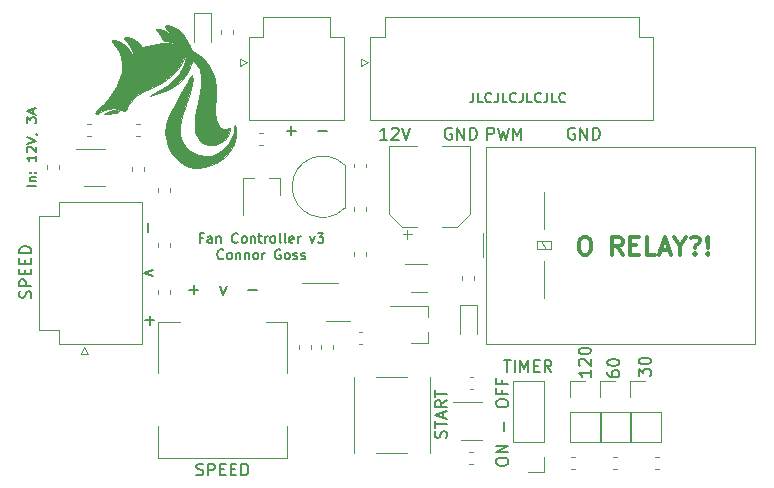
<source format=gbr>
G04 #@! TF.GenerationSoftware,KiCad,Pcbnew,(5.1.7)-1*
G04 #@! TF.CreationDate,2020-12-21T12:07:40-05:00*
G04 #@! TF.ProjectId,Fan Controller v3.0,46616e20-436f-46e7-9472-6f6c6c657220,A*
G04 #@! TF.SameCoordinates,Original*
G04 #@! TF.FileFunction,Legend,Top*
G04 #@! TF.FilePolarity,Positive*
%FSLAX46Y46*%
G04 Gerber Fmt 4.6, Leading zero omitted, Abs format (unit mm)*
G04 Created by KiCad (PCBNEW (5.1.7)-1) date 2020-12-21 12:07:40*
%MOMM*%
%LPD*%
G01*
G04 APERTURE LIST*
%ADD10C,0.152400*%
%ADD11C,0.304800*%
%ADD12C,0.010000*%
%ADD13C,0.120000*%
%ADD14C,0.150000*%
%ADD15C,7.000000*%
%ADD16R,1.450000X0.450000*%
%ADD17R,1.500000X0.400000*%
%ADD18R,1.060000X0.650000*%
%ADD19R,1.220000X0.650000*%
%ADD20R,1.500000X1.050000*%
%ADD21O,1.500000X1.050000*%
%ADD22R,1.300000X1.550000*%
%ADD23R,1.800000X1.800000*%
%ADD24C,1.800000*%
%ADD25O,4.000000X4.000000*%
%ADD26R,1.900000X0.800000*%
%ADD27R,0.800000X1.900000*%
%ADD28O,2.500000X2.500000*%
%ADD29R,2.500000X2.500000*%
%ADD30O,1.700000X1.700000*%
%ADD31R,1.700000X1.700000*%
%ADD32C,2.700000*%
G04 APERTURE END LIST*
D10*
X178490638Y-45782895D02*
X178490638Y-46363466D01*
X178451933Y-46479580D01*
X178374523Y-46556990D01*
X178258409Y-46595695D01*
X178181000Y-46595695D01*
X179264733Y-46595695D02*
X178877685Y-46595695D01*
X178877685Y-45782895D01*
X180000123Y-46518285D02*
X179961419Y-46556990D01*
X179845304Y-46595695D01*
X179767895Y-46595695D01*
X179651780Y-46556990D01*
X179574371Y-46479580D01*
X179535666Y-46402171D01*
X179496961Y-46247352D01*
X179496961Y-46131238D01*
X179535666Y-45976419D01*
X179574371Y-45899009D01*
X179651780Y-45821600D01*
X179767895Y-45782895D01*
X179845304Y-45782895D01*
X179961419Y-45821600D01*
X180000123Y-45860304D01*
X180580695Y-45782895D02*
X180580695Y-46363466D01*
X180541990Y-46479580D01*
X180464580Y-46556990D01*
X180348466Y-46595695D01*
X180271057Y-46595695D01*
X181354790Y-46595695D02*
X180967742Y-46595695D01*
X180967742Y-45782895D01*
X182090180Y-46518285D02*
X182051476Y-46556990D01*
X181935361Y-46595695D01*
X181857952Y-46595695D01*
X181741838Y-46556990D01*
X181664428Y-46479580D01*
X181625723Y-46402171D01*
X181587019Y-46247352D01*
X181587019Y-46131238D01*
X181625723Y-45976419D01*
X181664428Y-45899009D01*
X181741838Y-45821600D01*
X181857952Y-45782895D01*
X181935361Y-45782895D01*
X182051476Y-45821600D01*
X182090180Y-45860304D01*
X182670752Y-45782895D02*
X182670752Y-46363466D01*
X182632047Y-46479580D01*
X182554638Y-46556990D01*
X182438523Y-46595695D01*
X182361114Y-46595695D01*
X183444847Y-46595695D02*
X183057800Y-46595695D01*
X183057800Y-45782895D01*
X184180238Y-46518285D02*
X184141533Y-46556990D01*
X184025419Y-46595695D01*
X183948009Y-46595695D01*
X183831895Y-46556990D01*
X183754485Y-46479580D01*
X183715780Y-46402171D01*
X183677076Y-46247352D01*
X183677076Y-46131238D01*
X183715780Y-45976419D01*
X183754485Y-45899009D01*
X183831895Y-45821600D01*
X183948009Y-45782895D01*
X184025419Y-45782895D01*
X184141533Y-45821600D01*
X184180238Y-45860304D01*
X184760809Y-45782895D02*
X184760809Y-46363466D01*
X184722104Y-46479580D01*
X184644695Y-46556990D01*
X184528580Y-46595695D01*
X184451171Y-46595695D01*
X185534904Y-46595695D02*
X185147857Y-46595695D01*
X185147857Y-45782895D01*
X186270295Y-46518285D02*
X186231590Y-46556990D01*
X186115476Y-46595695D01*
X186038066Y-46595695D01*
X185921952Y-46556990D01*
X185844542Y-46479580D01*
X185805838Y-46402171D01*
X185767133Y-46247352D01*
X185767133Y-46131238D01*
X185805838Y-45976419D01*
X185844542Y-45899009D01*
X185921952Y-45821600D01*
X186038066Y-45782895D01*
X186115476Y-45782895D01*
X186231590Y-45821600D01*
X186270295Y-45860304D01*
D11*
X187796714Y-57966428D02*
X188087000Y-57966428D01*
X188232142Y-58039000D01*
X188377285Y-58184142D01*
X188449857Y-58474428D01*
X188449857Y-58982428D01*
X188377285Y-59272714D01*
X188232142Y-59417857D01*
X188087000Y-59490428D01*
X187796714Y-59490428D01*
X187651571Y-59417857D01*
X187506428Y-59272714D01*
X187433857Y-58982428D01*
X187433857Y-58474428D01*
X187506428Y-58184142D01*
X187651571Y-58039000D01*
X187796714Y-57966428D01*
X191135000Y-59490428D02*
X190627000Y-58764714D01*
X190264142Y-59490428D02*
X190264142Y-57966428D01*
X190844714Y-57966428D01*
X190989857Y-58039000D01*
X191062428Y-58111571D01*
X191135000Y-58256714D01*
X191135000Y-58474428D01*
X191062428Y-58619571D01*
X190989857Y-58692142D01*
X190844714Y-58764714D01*
X190264142Y-58764714D01*
X191788142Y-58692142D02*
X192296142Y-58692142D01*
X192513857Y-59490428D02*
X191788142Y-59490428D01*
X191788142Y-57966428D01*
X192513857Y-57966428D01*
X193892714Y-59490428D02*
X193167000Y-59490428D01*
X193167000Y-57966428D01*
X194328142Y-59055000D02*
X195053857Y-59055000D01*
X194183000Y-59490428D02*
X194691000Y-57966428D01*
X195199000Y-59490428D01*
X195997285Y-58764714D02*
X195997285Y-59490428D01*
X195489285Y-57966428D02*
X195997285Y-58764714D01*
X196505285Y-57966428D01*
X197231000Y-59345285D02*
X197303571Y-59417857D01*
X197231000Y-59490428D01*
X197158428Y-59417857D01*
X197231000Y-59345285D01*
X197231000Y-59490428D01*
X196940714Y-58039000D02*
X197085857Y-57966428D01*
X197448714Y-57966428D01*
X197593857Y-58039000D01*
X197666428Y-58184142D01*
X197666428Y-58329285D01*
X197593857Y-58474428D01*
X197521285Y-58547000D01*
X197376142Y-58619571D01*
X197303571Y-58692142D01*
X197231000Y-58837285D01*
X197231000Y-58909857D01*
X198319571Y-59345285D02*
X198392142Y-59417857D01*
X198319571Y-59490428D01*
X198247000Y-59417857D01*
X198319571Y-59345285D01*
X198319571Y-59490428D01*
X198319571Y-58909857D02*
X198247000Y-58039000D01*
X198319571Y-57966428D01*
X198392142Y-58039000D01*
X198319571Y-58909857D01*
X198319571Y-57966428D01*
D10*
X141464695Y-53650847D02*
X140651895Y-53650847D01*
X140922828Y-53263800D02*
X141464695Y-53263800D01*
X141000238Y-53263800D02*
X140961533Y-53225095D01*
X140922828Y-53147685D01*
X140922828Y-53031571D01*
X140961533Y-52954161D01*
X141038942Y-52915457D01*
X141464695Y-52915457D01*
X141387285Y-52528409D02*
X141425990Y-52489704D01*
X141464695Y-52528409D01*
X141425990Y-52567114D01*
X141387285Y-52528409D01*
X141464695Y-52528409D01*
X140961533Y-52528409D02*
X141000238Y-52489704D01*
X141038942Y-52528409D01*
X141000238Y-52567114D01*
X140961533Y-52528409D01*
X141038942Y-52528409D01*
X141464695Y-51096333D02*
X141464695Y-51560790D01*
X141464695Y-51328561D02*
X140651895Y-51328561D01*
X140768009Y-51405971D01*
X140845419Y-51483380D01*
X140884123Y-51560790D01*
X140729304Y-50786695D02*
X140690600Y-50747990D01*
X140651895Y-50670580D01*
X140651895Y-50477057D01*
X140690600Y-50399647D01*
X140729304Y-50360942D01*
X140806714Y-50322238D01*
X140884123Y-50322238D01*
X141000238Y-50360942D01*
X141464695Y-50825400D01*
X141464695Y-50322238D01*
X140651895Y-50090009D02*
X141464695Y-49819076D01*
X140651895Y-49548142D01*
X141425990Y-49238504D02*
X141464695Y-49238504D01*
X141542104Y-49277209D01*
X141580809Y-49315914D01*
X140651895Y-48348295D02*
X140651895Y-47845133D01*
X140961533Y-48116066D01*
X140961533Y-47999952D01*
X141000238Y-47922542D01*
X141038942Y-47883838D01*
X141116352Y-47845133D01*
X141309876Y-47845133D01*
X141387285Y-47883838D01*
X141425990Y-47922542D01*
X141464695Y-47999952D01*
X141464695Y-48232180D01*
X141425990Y-48309590D01*
X141387285Y-48348295D01*
X141232466Y-47535495D02*
X141232466Y-47148447D01*
X141464695Y-47612904D02*
X140651895Y-47341971D01*
X141464695Y-47071038D01*
X155573790Y-58057142D02*
X155302857Y-58057142D01*
X155302857Y-58482895D02*
X155302857Y-57670095D01*
X155689904Y-57670095D01*
X156347885Y-58482895D02*
X156347885Y-58057142D01*
X156309180Y-57979733D01*
X156231771Y-57941028D01*
X156076952Y-57941028D01*
X155999542Y-57979733D01*
X156347885Y-58444190D02*
X156270476Y-58482895D01*
X156076952Y-58482895D01*
X155999542Y-58444190D01*
X155960838Y-58366780D01*
X155960838Y-58289371D01*
X155999542Y-58211961D01*
X156076952Y-58173257D01*
X156270476Y-58173257D01*
X156347885Y-58134552D01*
X156734933Y-57941028D02*
X156734933Y-58482895D01*
X156734933Y-58018438D02*
X156773638Y-57979733D01*
X156851047Y-57941028D01*
X156967161Y-57941028D01*
X157044571Y-57979733D01*
X157083276Y-58057142D01*
X157083276Y-58482895D01*
X158554057Y-58405485D02*
X158515352Y-58444190D01*
X158399238Y-58482895D01*
X158321828Y-58482895D01*
X158205714Y-58444190D01*
X158128304Y-58366780D01*
X158089600Y-58289371D01*
X158050895Y-58134552D01*
X158050895Y-58018438D01*
X158089600Y-57863619D01*
X158128304Y-57786209D01*
X158205714Y-57708800D01*
X158321828Y-57670095D01*
X158399238Y-57670095D01*
X158515352Y-57708800D01*
X158554057Y-57747504D01*
X159018514Y-58482895D02*
X158941104Y-58444190D01*
X158902400Y-58405485D01*
X158863695Y-58328076D01*
X158863695Y-58095847D01*
X158902400Y-58018438D01*
X158941104Y-57979733D01*
X159018514Y-57941028D01*
X159134628Y-57941028D01*
X159212038Y-57979733D01*
X159250742Y-58018438D01*
X159289447Y-58095847D01*
X159289447Y-58328076D01*
X159250742Y-58405485D01*
X159212038Y-58444190D01*
X159134628Y-58482895D01*
X159018514Y-58482895D01*
X159637790Y-57941028D02*
X159637790Y-58482895D01*
X159637790Y-58018438D02*
X159676495Y-57979733D01*
X159753904Y-57941028D01*
X159870019Y-57941028D01*
X159947428Y-57979733D01*
X159986133Y-58057142D01*
X159986133Y-58482895D01*
X160257066Y-57941028D02*
X160566704Y-57941028D01*
X160373180Y-57670095D02*
X160373180Y-58366780D01*
X160411885Y-58444190D01*
X160489295Y-58482895D01*
X160566704Y-58482895D01*
X160837638Y-58482895D02*
X160837638Y-57941028D01*
X160837638Y-58095847D02*
X160876342Y-58018438D01*
X160915047Y-57979733D01*
X160992457Y-57941028D01*
X161069866Y-57941028D01*
X161456914Y-58482895D02*
X161379504Y-58444190D01*
X161340800Y-58405485D01*
X161302095Y-58328076D01*
X161302095Y-58095847D01*
X161340800Y-58018438D01*
X161379504Y-57979733D01*
X161456914Y-57941028D01*
X161573028Y-57941028D01*
X161650438Y-57979733D01*
X161689142Y-58018438D01*
X161727847Y-58095847D01*
X161727847Y-58328076D01*
X161689142Y-58405485D01*
X161650438Y-58444190D01*
X161573028Y-58482895D01*
X161456914Y-58482895D01*
X162192304Y-58482895D02*
X162114895Y-58444190D01*
X162076190Y-58366780D01*
X162076190Y-57670095D01*
X162618057Y-58482895D02*
X162540647Y-58444190D01*
X162501942Y-58366780D01*
X162501942Y-57670095D01*
X163237333Y-58444190D02*
X163159923Y-58482895D01*
X163005104Y-58482895D01*
X162927695Y-58444190D01*
X162888990Y-58366780D01*
X162888990Y-58057142D01*
X162927695Y-57979733D01*
X163005104Y-57941028D01*
X163159923Y-57941028D01*
X163237333Y-57979733D01*
X163276038Y-58057142D01*
X163276038Y-58134552D01*
X162888990Y-58211961D01*
X163624380Y-58482895D02*
X163624380Y-57941028D01*
X163624380Y-58095847D02*
X163663085Y-58018438D01*
X163701790Y-57979733D01*
X163779200Y-57941028D01*
X163856609Y-57941028D01*
X164669409Y-57941028D02*
X164862933Y-58482895D01*
X165056457Y-57941028D01*
X165288685Y-57670095D02*
X165791847Y-57670095D01*
X165520914Y-57979733D01*
X165637028Y-57979733D01*
X165714438Y-58018438D01*
X165753142Y-58057142D01*
X165791847Y-58134552D01*
X165791847Y-58328076D01*
X165753142Y-58405485D01*
X165714438Y-58444190D01*
X165637028Y-58482895D01*
X165404800Y-58482895D01*
X165327390Y-58444190D01*
X165288685Y-58405485D01*
X157315504Y-59777085D02*
X157276800Y-59815790D01*
X157160685Y-59854495D01*
X157083276Y-59854495D01*
X156967161Y-59815790D01*
X156889752Y-59738380D01*
X156851047Y-59660971D01*
X156812342Y-59506152D01*
X156812342Y-59390038D01*
X156851047Y-59235219D01*
X156889752Y-59157809D01*
X156967161Y-59080400D01*
X157083276Y-59041695D01*
X157160685Y-59041695D01*
X157276800Y-59080400D01*
X157315504Y-59119104D01*
X157779961Y-59854495D02*
X157702552Y-59815790D01*
X157663847Y-59777085D01*
X157625142Y-59699676D01*
X157625142Y-59467447D01*
X157663847Y-59390038D01*
X157702552Y-59351333D01*
X157779961Y-59312628D01*
X157896076Y-59312628D01*
X157973485Y-59351333D01*
X158012190Y-59390038D01*
X158050895Y-59467447D01*
X158050895Y-59699676D01*
X158012190Y-59777085D01*
X157973485Y-59815790D01*
X157896076Y-59854495D01*
X157779961Y-59854495D01*
X158399238Y-59312628D02*
X158399238Y-59854495D01*
X158399238Y-59390038D02*
X158437942Y-59351333D01*
X158515352Y-59312628D01*
X158631466Y-59312628D01*
X158708876Y-59351333D01*
X158747580Y-59428742D01*
X158747580Y-59854495D01*
X159134628Y-59312628D02*
X159134628Y-59854495D01*
X159134628Y-59390038D02*
X159173333Y-59351333D01*
X159250742Y-59312628D01*
X159366857Y-59312628D01*
X159444266Y-59351333D01*
X159482971Y-59428742D01*
X159482971Y-59854495D01*
X159986133Y-59854495D02*
X159908723Y-59815790D01*
X159870019Y-59777085D01*
X159831314Y-59699676D01*
X159831314Y-59467447D01*
X159870019Y-59390038D01*
X159908723Y-59351333D01*
X159986133Y-59312628D01*
X160102247Y-59312628D01*
X160179657Y-59351333D01*
X160218361Y-59390038D01*
X160257066Y-59467447D01*
X160257066Y-59699676D01*
X160218361Y-59777085D01*
X160179657Y-59815790D01*
X160102247Y-59854495D01*
X159986133Y-59854495D01*
X160605409Y-59854495D02*
X160605409Y-59312628D01*
X160605409Y-59467447D02*
X160644114Y-59390038D01*
X160682819Y-59351333D01*
X160760228Y-59312628D01*
X160837638Y-59312628D01*
X162153600Y-59080400D02*
X162076190Y-59041695D01*
X161960076Y-59041695D01*
X161843961Y-59080400D01*
X161766552Y-59157809D01*
X161727847Y-59235219D01*
X161689142Y-59390038D01*
X161689142Y-59506152D01*
X161727847Y-59660971D01*
X161766552Y-59738380D01*
X161843961Y-59815790D01*
X161960076Y-59854495D01*
X162037485Y-59854495D01*
X162153600Y-59815790D01*
X162192304Y-59777085D01*
X162192304Y-59506152D01*
X162037485Y-59506152D01*
X162656761Y-59854495D02*
X162579352Y-59815790D01*
X162540647Y-59777085D01*
X162501942Y-59699676D01*
X162501942Y-59467447D01*
X162540647Y-59390038D01*
X162579352Y-59351333D01*
X162656761Y-59312628D01*
X162772876Y-59312628D01*
X162850285Y-59351333D01*
X162888990Y-59390038D01*
X162927695Y-59467447D01*
X162927695Y-59699676D01*
X162888990Y-59777085D01*
X162850285Y-59815790D01*
X162772876Y-59854495D01*
X162656761Y-59854495D01*
X163237333Y-59815790D02*
X163314742Y-59854495D01*
X163469561Y-59854495D01*
X163546971Y-59815790D01*
X163585676Y-59738380D01*
X163585676Y-59699676D01*
X163546971Y-59622266D01*
X163469561Y-59583561D01*
X163353447Y-59583561D01*
X163276038Y-59544857D01*
X163237333Y-59467447D01*
X163237333Y-59428742D01*
X163276038Y-59351333D01*
X163353447Y-59312628D01*
X163469561Y-59312628D01*
X163546971Y-59351333D01*
X163895314Y-59815790D02*
X163972723Y-59854495D01*
X164127542Y-59854495D01*
X164204952Y-59815790D01*
X164243657Y-59738380D01*
X164243657Y-59699676D01*
X164204952Y-59622266D01*
X164127542Y-59583561D01*
X164011428Y-59583561D01*
X163934019Y-59544857D01*
X163895314Y-59467447D01*
X163895314Y-59428742D01*
X163934019Y-59351333D01*
X164011428Y-59312628D01*
X164127542Y-59312628D01*
X164204952Y-59351333D01*
X180418619Y-77095047D02*
X180418619Y-76901523D01*
X180467000Y-76804761D01*
X180563761Y-76708000D01*
X180757285Y-76659619D01*
X181095952Y-76659619D01*
X181289476Y-76708000D01*
X181386238Y-76804761D01*
X181434619Y-76901523D01*
X181434619Y-77095047D01*
X181386238Y-77191809D01*
X181289476Y-77288571D01*
X181095952Y-77336952D01*
X180757285Y-77336952D01*
X180563761Y-77288571D01*
X180467000Y-77191809D01*
X180418619Y-77095047D01*
X181434619Y-76224190D02*
X180418619Y-76224190D01*
X181434619Y-75643619D01*
X180418619Y-75643619D01*
X181047571Y-74385714D02*
X181047571Y-73611619D01*
X180418619Y-72160190D02*
X180418619Y-71966666D01*
X180467000Y-71869904D01*
X180563761Y-71773142D01*
X180757285Y-71724761D01*
X181095952Y-71724761D01*
X181289476Y-71773142D01*
X181386238Y-71869904D01*
X181434619Y-71966666D01*
X181434619Y-72160190D01*
X181386238Y-72256952D01*
X181289476Y-72353714D01*
X181095952Y-72402095D01*
X180757285Y-72402095D01*
X180563761Y-72353714D01*
X180467000Y-72256952D01*
X180418619Y-72160190D01*
X180902428Y-70950666D02*
X180902428Y-71289333D01*
X181434619Y-71289333D02*
X180418619Y-71289333D01*
X180418619Y-70805523D01*
X180902428Y-70079809D02*
X180902428Y-70418476D01*
X181434619Y-70418476D02*
X180418619Y-70418476D01*
X180418619Y-69934666D01*
D12*
G04 #@! TO.C,G\u002A\u002A\u002A*
G36*
X156253120Y-50218861D02*
G01*
X156100615Y-50214336D01*
X155701838Y-50083423D01*
X155344838Y-49823166D01*
X155080881Y-49473286D01*
X155043400Y-49395208D01*
X154941123Y-49098558D01*
X154886102Y-48768405D01*
X154879462Y-48379524D01*
X154922328Y-47906690D01*
X155015827Y-47324680D01*
X155161081Y-46608269D01*
X155169441Y-46569761D01*
X155321790Y-45813419D01*
X155417157Y-45195383D01*
X155456543Y-44694866D01*
X155440951Y-44291077D01*
X155371383Y-43963225D01*
X155303330Y-43792602D01*
X155177145Y-43571654D01*
X155018044Y-43346872D01*
X154860693Y-43161329D01*
X154739751Y-43058098D01*
X154705833Y-43050128D01*
X154652924Y-43131056D01*
X154565163Y-43329584D01*
X154461531Y-43602766D01*
X154461343Y-43603295D01*
X154138079Y-44270822D01*
X153680380Y-44837768D01*
X153092785Y-45300289D01*
X152379841Y-45654541D01*
X151827727Y-45831118D01*
X151078305Y-46025701D01*
X151799379Y-45660572D01*
X152551105Y-45213733D01*
X153155505Y-44705590D01*
X153627508Y-44123289D01*
X153680050Y-44041267D01*
X153835452Y-43754872D01*
X153984338Y-43418324D01*
X154109909Y-43078388D01*
X154195365Y-42781830D01*
X154223906Y-42575413D01*
X154219371Y-42539992D01*
X154175742Y-42577178D01*
X154074670Y-42734430D01*
X153935480Y-42980881D01*
X153889708Y-43066591D01*
X153442181Y-43758514D01*
X152873607Y-44359042D01*
X152172348Y-44878054D01*
X151326764Y-45325426D01*
X151123191Y-45413962D01*
X150776629Y-45568339D01*
X150454943Y-45726609D01*
X150218925Y-45858582D01*
X150189824Y-45877488D01*
X149947383Y-46068137D01*
X149692781Y-46311478D01*
X149455533Y-46573147D01*
X149265157Y-46818783D01*
X149151171Y-47014021D01*
X149133656Y-47107049D01*
X149108452Y-47241328D01*
X148953750Y-47291578D01*
X148688922Y-47254459D01*
X148541242Y-47209150D01*
X148075422Y-47095655D01*
X147657056Y-47113460D01*
X147226949Y-47268043D01*
X147082780Y-47344144D01*
X146774543Y-47499419D01*
X146580677Y-47553670D01*
X146512289Y-47540217D01*
X146471476Y-47509382D01*
X146465990Y-47465363D01*
X146511767Y-47388807D01*
X146624741Y-47260364D01*
X146820848Y-47060680D01*
X147116024Y-46770403D01*
X147269708Y-46620392D01*
X147616518Y-46227814D01*
X147959014Y-45744862D01*
X148269993Y-45219057D01*
X148522253Y-44697916D01*
X148688587Y-44228955D01*
X148721876Y-44083777D01*
X148768916Y-43768132D01*
X148772806Y-43495938D01*
X148729067Y-43197997D01*
X148641009Y-42834471D01*
X148527193Y-42443877D01*
X148414508Y-42165015D01*
X148277322Y-41942410D01*
X148164737Y-41803748D01*
X147969134Y-41565582D01*
X147889856Y-41420557D01*
X147921385Y-41344219D01*
X148053872Y-41312541D01*
X148378287Y-41357874D01*
X148733327Y-41538420D01*
X149090298Y-41830790D01*
X149420500Y-42211597D01*
X149689059Y-42645271D01*
X149774172Y-42807270D01*
X149807993Y-42851311D01*
X149790083Y-42764645D01*
X149719998Y-42534525D01*
X149680944Y-42411065D01*
X149534579Y-42018276D01*
X149365447Y-41724823D01*
X149176275Y-41503035D01*
X149003636Y-41312574D01*
X148899034Y-41171696D01*
X148883049Y-41124173D01*
X149006831Y-41063915D01*
X149227954Y-41085253D01*
X149505253Y-41172369D01*
X149797563Y-41309445D01*
X150063719Y-41480661D01*
X150243603Y-41646999D01*
X150451331Y-41891201D01*
X151299434Y-41701016D01*
X151770025Y-41606275D01*
X152141099Y-41561195D01*
X152473414Y-41560805D01*
X152718632Y-41584862D01*
X153011774Y-41610403D01*
X153150432Y-41597418D01*
X153142169Y-41556510D01*
X152994548Y-41498283D01*
X152715135Y-41433343D01*
X152595534Y-41412285D01*
X152325519Y-41356375D01*
X152176532Y-41282972D01*
X152100663Y-41162966D01*
X152081221Y-41099775D01*
X151972592Y-40866306D01*
X151815502Y-40663375D01*
X151688589Y-40512328D01*
X151648211Y-40407765D01*
X151650608Y-40401670D01*
X151761647Y-40360111D01*
X151964609Y-40386606D01*
X152204860Y-40464391D01*
X152427760Y-40576702D01*
X152556372Y-40679592D01*
X152687585Y-40796204D01*
X152759538Y-40808289D01*
X152763658Y-40793479D01*
X152715387Y-40664087D01*
X152588593Y-40488933D01*
X152571575Y-40469846D01*
X152433765Y-40271553D01*
X152408621Y-40120658D01*
X152485671Y-40054661D01*
X152600861Y-40058108D01*
X152807164Y-40082284D01*
X152838048Y-40086787D01*
X153174899Y-40209168D01*
X153530719Y-40458924D01*
X153873627Y-40801912D01*
X154171742Y-41203989D01*
X154393180Y-41631011D01*
X154459665Y-41823429D01*
X154545148Y-42066491D01*
X154662330Y-42224568D01*
X154864518Y-42359410D01*
X154970674Y-42415330D01*
X155553345Y-42804737D01*
X156023277Y-43311972D01*
X156374277Y-43923242D01*
X156600146Y-44624761D01*
X156694691Y-45402738D01*
X156660197Y-46175512D01*
X156608583Y-46869764D01*
X156624060Y-47482061D01*
X156701711Y-47999307D01*
X156836621Y-48408405D01*
X157023874Y-48696263D01*
X157258554Y-48849782D01*
X157535745Y-48855870D01*
X157651621Y-48816620D01*
X157821590Y-48760709D01*
X157904604Y-48767120D01*
X157905295Y-48769057D01*
X157887657Y-48911685D01*
X157808688Y-49140791D01*
X157693326Y-49397144D01*
X157566513Y-49621514D01*
X157517665Y-49689672D01*
X157296171Y-49873743D01*
X156969115Y-50039021D01*
X156600197Y-50161923D01*
X156253120Y-50218861D01*
G37*
X156253120Y-50218861D02*
X156100615Y-50214336D01*
X155701838Y-50083423D01*
X155344838Y-49823166D01*
X155080881Y-49473286D01*
X155043400Y-49395208D01*
X154941123Y-49098558D01*
X154886102Y-48768405D01*
X154879462Y-48379524D01*
X154922328Y-47906690D01*
X155015827Y-47324680D01*
X155161081Y-46608269D01*
X155169441Y-46569761D01*
X155321790Y-45813419D01*
X155417157Y-45195383D01*
X155456543Y-44694866D01*
X155440951Y-44291077D01*
X155371383Y-43963225D01*
X155303330Y-43792602D01*
X155177145Y-43571654D01*
X155018044Y-43346872D01*
X154860693Y-43161329D01*
X154739751Y-43058098D01*
X154705833Y-43050128D01*
X154652924Y-43131056D01*
X154565163Y-43329584D01*
X154461531Y-43602766D01*
X154461343Y-43603295D01*
X154138079Y-44270822D01*
X153680380Y-44837768D01*
X153092785Y-45300289D01*
X152379841Y-45654541D01*
X151827727Y-45831118D01*
X151078305Y-46025701D01*
X151799379Y-45660572D01*
X152551105Y-45213733D01*
X153155505Y-44705590D01*
X153627508Y-44123289D01*
X153680050Y-44041267D01*
X153835452Y-43754872D01*
X153984338Y-43418324D01*
X154109909Y-43078388D01*
X154195365Y-42781830D01*
X154223906Y-42575413D01*
X154219371Y-42539992D01*
X154175742Y-42577178D01*
X154074670Y-42734430D01*
X153935480Y-42980881D01*
X153889708Y-43066591D01*
X153442181Y-43758514D01*
X152873607Y-44359042D01*
X152172348Y-44878054D01*
X151326764Y-45325426D01*
X151123191Y-45413962D01*
X150776629Y-45568339D01*
X150454943Y-45726609D01*
X150218925Y-45858582D01*
X150189824Y-45877488D01*
X149947383Y-46068137D01*
X149692781Y-46311478D01*
X149455533Y-46573147D01*
X149265157Y-46818783D01*
X149151171Y-47014021D01*
X149133656Y-47107049D01*
X149108452Y-47241328D01*
X148953750Y-47291578D01*
X148688922Y-47254459D01*
X148541242Y-47209150D01*
X148075422Y-47095655D01*
X147657056Y-47113460D01*
X147226949Y-47268043D01*
X147082780Y-47344144D01*
X146774543Y-47499419D01*
X146580677Y-47553670D01*
X146512289Y-47540217D01*
X146471476Y-47509382D01*
X146465990Y-47465363D01*
X146511767Y-47388807D01*
X146624741Y-47260364D01*
X146820848Y-47060680D01*
X147116024Y-46770403D01*
X147269708Y-46620392D01*
X147616518Y-46227814D01*
X147959014Y-45744862D01*
X148269993Y-45219057D01*
X148522253Y-44697916D01*
X148688587Y-44228955D01*
X148721876Y-44083777D01*
X148768916Y-43768132D01*
X148772806Y-43495938D01*
X148729067Y-43197997D01*
X148641009Y-42834471D01*
X148527193Y-42443877D01*
X148414508Y-42165015D01*
X148277322Y-41942410D01*
X148164737Y-41803748D01*
X147969134Y-41565582D01*
X147889856Y-41420557D01*
X147921385Y-41344219D01*
X148053872Y-41312541D01*
X148378287Y-41357874D01*
X148733327Y-41538420D01*
X149090298Y-41830790D01*
X149420500Y-42211597D01*
X149689059Y-42645271D01*
X149774172Y-42807270D01*
X149807993Y-42851311D01*
X149790083Y-42764645D01*
X149719998Y-42534525D01*
X149680944Y-42411065D01*
X149534579Y-42018276D01*
X149365447Y-41724823D01*
X149176275Y-41503035D01*
X149003636Y-41312574D01*
X148899034Y-41171696D01*
X148883049Y-41124173D01*
X149006831Y-41063915D01*
X149227954Y-41085253D01*
X149505253Y-41172369D01*
X149797563Y-41309445D01*
X150063719Y-41480661D01*
X150243603Y-41646999D01*
X150451331Y-41891201D01*
X151299434Y-41701016D01*
X151770025Y-41606275D01*
X152141099Y-41561195D01*
X152473414Y-41560805D01*
X152718632Y-41584862D01*
X153011774Y-41610403D01*
X153150432Y-41597418D01*
X153142169Y-41556510D01*
X152994548Y-41498283D01*
X152715135Y-41433343D01*
X152595534Y-41412285D01*
X152325519Y-41356375D01*
X152176532Y-41282972D01*
X152100663Y-41162966D01*
X152081221Y-41099775D01*
X151972592Y-40866306D01*
X151815502Y-40663375D01*
X151688589Y-40512328D01*
X151648211Y-40407765D01*
X151650608Y-40401670D01*
X151761647Y-40360111D01*
X151964609Y-40386606D01*
X152204860Y-40464391D01*
X152427760Y-40576702D01*
X152556372Y-40679592D01*
X152687585Y-40796204D01*
X152759538Y-40808289D01*
X152763658Y-40793479D01*
X152715387Y-40664087D01*
X152588593Y-40488933D01*
X152571575Y-40469846D01*
X152433765Y-40271553D01*
X152408621Y-40120658D01*
X152485671Y-40054661D01*
X152600861Y-40058108D01*
X152807164Y-40082284D01*
X152838048Y-40086787D01*
X153174899Y-40209168D01*
X153530719Y-40458924D01*
X153873627Y-40801912D01*
X154171742Y-41203989D01*
X154393180Y-41631011D01*
X154459665Y-41823429D01*
X154545148Y-42066491D01*
X154662330Y-42224568D01*
X154864518Y-42359410D01*
X154970674Y-42415330D01*
X155553345Y-42804737D01*
X156023277Y-43311972D01*
X156374277Y-43923242D01*
X156600146Y-44624761D01*
X156694691Y-45402738D01*
X156660197Y-46175512D01*
X156608583Y-46869764D01*
X156624060Y-47482061D01*
X156701711Y-47999307D01*
X156836621Y-48408405D01*
X157023874Y-48696263D01*
X157258554Y-48849782D01*
X157535745Y-48855870D01*
X157651621Y-48816620D01*
X157821590Y-48760709D01*
X157904604Y-48767120D01*
X157905295Y-48769057D01*
X157887657Y-48911685D01*
X157808688Y-49140791D01*
X157693326Y-49397144D01*
X157566513Y-49621514D01*
X157517665Y-49689672D01*
X157296171Y-49873743D01*
X156969115Y-50039021D01*
X156600197Y-50161923D01*
X156253120Y-50218861D01*
G36*
X155731561Y-52034249D02*
G01*
X155201094Y-52103886D01*
X154943411Y-52108739D01*
X154434129Y-52016134D01*
X153917331Y-51783849D01*
X153435628Y-51433945D01*
X153213284Y-51212974D01*
X153003992Y-50972587D01*
X152860247Y-50773260D01*
X152755096Y-50562096D01*
X152661582Y-50286199D01*
X152566303Y-49943351D01*
X152467930Y-49556140D01*
X152415541Y-49269496D01*
X152405142Y-49022195D01*
X152432741Y-48753013D01*
X152473177Y-48515241D01*
X152529486Y-48256281D01*
X152608473Y-48002464D01*
X152723817Y-47723848D01*
X152889196Y-47390491D01*
X153118287Y-46972450D01*
X153408481Y-46467733D01*
X153681866Y-45995034D01*
X153941007Y-45540969D01*
X154167623Y-45138022D01*
X154343431Y-44818681D01*
X154444490Y-44626844D01*
X154575508Y-44387195D01*
X154658171Y-44295344D01*
X154702084Y-44338689D01*
X154710700Y-44567712D01*
X154656881Y-44934569D01*
X154544837Y-45421427D01*
X154378776Y-46010451D01*
X154162905Y-46683809D01*
X154116503Y-46820111D01*
X153891257Y-47511665D01*
X153736717Y-48079916D01*
X153648692Y-48553429D01*
X153622991Y-48960770D01*
X153655420Y-49330504D01*
X153710918Y-49583931D01*
X153874748Y-50024552D01*
X154121167Y-50376119D01*
X154485955Y-50684161D01*
X154668901Y-50802862D01*
X155232742Y-51059038D01*
X155805531Y-51154210D01*
X156367348Y-51094227D01*
X156898268Y-50884940D01*
X157378370Y-50532197D01*
X157787727Y-50041848D01*
X157902412Y-49853477D01*
X158060415Y-49529087D01*
X158176327Y-49209897D01*
X158224575Y-48970758D01*
X158251107Y-48683900D01*
X158291440Y-48541102D01*
X158337655Y-48549795D01*
X158381829Y-48717412D01*
X158394860Y-48810966D01*
X158391581Y-49464108D01*
X158228822Y-50086912D01*
X157915810Y-50663616D01*
X157461769Y-51178454D01*
X156875927Y-51615665D01*
X156691908Y-51720748D01*
X156255178Y-51900616D01*
X155731561Y-52034249D01*
G37*
X155731561Y-52034249D02*
X155201094Y-52103886D01*
X154943411Y-52108739D01*
X154434129Y-52016134D01*
X153917331Y-51783849D01*
X153435628Y-51433945D01*
X153213284Y-51212974D01*
X153003992Y-50972587D01*
X152860247Y-50773260D01*
X152755096Y-50562096D01*
X152661582Y-50286199D01*
X152566303Y-49943351D01*
X152467930Y-49556140D01*
X152415541Y-49269496D01*
X152405142Y-49022195D01*
X152432741Y-48753013D01*
X152473177Y-48515241D01*
X152529486Y-48256281D01*
X152608473Y-48002464D01*
X152723817Y-47723848D01*
X152889196Y-47390491D01*
X153118287Y-46972450D01*
X153408481Y-46467733D01*
X153681866Y-45995034D01*
X153941007Y-45540969D01*
X154167623Y-45138022D01*
X154343431Y-44818681D01*
X154444490Y-44626844D01*
X154575508Y-44387195D01*
X154658171Y-44295344D01*
X154702084Y-44338689D01*
X154710700Y-44567712D01*
X154656881Y-44934569D01*
X154544837Y-45421427D01*
X154378776Y-46010451D01*
X154162905Y-46683809D01*
X154116503Y-46820111D01*
X153891257Y-47511665D01*
X153736717Y-48079916D01*
X153648692Y-48553429D01*
X153622991Y-48960770D01*
X153655420Y-49330504D01*
X153710918Y-49583931D01*
X153874748Y-50024552D01*
X154121167Y-50376119D01*
X154485955Y-50684161D01*
X154668901Y-50802862D01*
X155232742Y-51059038D01*
X155805531Y-51154210D01*
X156367348Y-51094227D01*
X156898268Y-50884940D01*
X157378370Y-50532197D01*
X157787727Y-50041848D01*
X157902412Y-49853477D01*
X158060415Y-49529087D01*
X158176327Y-49209897D01*
X158224575Y-48970758D01*
X158251107Y-48683900D01*
X158291440Y-48541102D01*
X158337655Y-48549795D01*
X158381829Y-48717412D01*
X158394860Y-48810966D01*
X158391581Y-49464108D01*
X158228822Y-50086912D01*
X157915810Y-50663616D01*
X157461769Y-51178454D01*
X156875927Y-51615665D01*
X156691908Y-51720748D01*
X156255178Y-51900616D01*
X155731561Y-52034249D01*
G36*
X147966354Y-47524704D02*
G01*
X147640814Y-47558438D01*
X147415657Y-47567912D01*
X147197349Y-47570994D01*
X147386196Y-47457964D01*
X147709682Y-47312003D01*
X148069765Y-47261462D01*
X148188108Y-47261253D01*
X148387849Y-47288746D01*
X148495193Y-47348546D01*
X148498572Y-47356758D01*
X148435993Y-47415917D01*
X148245001Y-47474548D01*
X147966354Y-47524704D01*
G37*
X147966354Y-47524704D02*
X147640814Y-47558438D01*
X147415657Y-47567912D01*
X147197349Y-47570994D01*
X147386196Y-47457964D01*
X147709682Y-47312003D01*
X148069765Y-47261462D01*
X148188108Y-47261253D01*
X148387849Y-47288746D01*
X148495193Y-47348546D01*
X148498572Y-47356758D01*
X148435993Y-47415917D01*
X148245001Y-47474548D01*
X147966354Y-47524704D01*
D13*
G04 #@! TO.C,U5*
X167005000Y-61880000D02*
X164005000Y-61880000D01*
X168005000Y-65120000D02*
X166005000Y-65120000D01*
G04 #@! TO.C,U4*
X173163000Y-62628000D02*
X174563000Y-62628000D01*
X174563000Y-60308000D02*
X172663000Y-60308000D01*
G04 #@! TO.C,U3*
X179208000Y-71923000D02*
X176758000Y-71923000D01*
X177408000Y-75143000D02*
X179208000Y-75143000D01*
G04 #@! TO.C,U2*
X147311000Y-50560000D02*
X144881000Y-50560000D01*
X145551000Y-53630000D02*
X147311000Y-53630000D01*
G04 #@! TO.C,U1*
X167585000Y-55521000D02*
X167585000Y-51921000D01*
X167573478Y-51882522D02*
G75*
G03*
X163135000Y-53721000I-1838478J-1838478D01*
G01*
X167573478Y-55559478D02*
G75*
G02*
X163135000Y-53721000I-1838478J1838478D01*
G01*
G04 #@! TO.C,SW1*
X168347000Y-69795000D02*
X168347000Y-76255000D01*
X172877000Y-69795000D02*
X170277000Y-69795000D01*
X174807000Y-69795000D02*
X174807000Y-76255000D01*
X172877000Y-76255000D02*
X170277000Y-76255000D01*
X174777000Y-69795000D02*
X174807000Y-69795000D01*
X168347000Y-69795000D02*
X168377000Y-69795000D01*
X168347000Y-76255000D02*
X168377000Y-76255000D01*
X174807000Y-76255000D02*
X174777000Y-76255000D01*
G04 #@! TO.C,RV1*
X151796000Y-76732000D02*
X151796000Y-74012000D01*
X151796000Y-69512000D02*
X151796000Y-65142000D01*
X162736000Y-69512000D02*
X162736000Y-65142000D01*
X160916000Y-65142000D02*
X162736000Y-65142000D01*
X151796000Y-76732000D02*
X162736000Y-76732000D01*
X162736000Y-76732000D02*
X162736000Y-74012000D01*
X151796000Y-65142000D02*
X153616000Y-65142000D01*
G04 #@! TO.C,R15*
X163700000Y-67106733D02*
X163700000Y-67449267D01*
X164720000Y-67106733D02*
X164720000Y-67449267D01*
G04 #@! TO.C,R14*
X165606000Y-67113333D02*
X165606000Y-67455867D01*
X166626000Y-67113333D02*
X166626000Y-67455867D01*
G04 #@! TO.C,R13*
X168400000Y-59264733D02*
X168400000Y-59607267D01*
X169420000Y-59264733D02*
X169420000Y-59607267D01*
G04 #@! TO.C,R12*
X157097000Y-40468733D02*
X157097000Y-40811267D01*
X158117000Y-40468733D02*
X158117000Y-40811267D01*
G04 #@! TO.C,R11*
X178564000Y-61639267D02*
X178564000Y-61296733D01*
X177544000Y-61639267D02*
X177544000Y-61296733D01*
G04 #@! TO.C,R10*
X186772733Y-77599000D02*
X187115267Y-77599000D01*
X186772733Y-76579000D02*
X187115267Y-76579000D01*
G04 #@! TO.C,R9*
X190328733Y-77599000D02*
X190671267Y-77599000D01*
X190328733Y-76579000D02*
X190671267Y-76579000D01*
G04 #@! TO.C,R8*
X194227267Y-76579000D02*
X193884733Y-76579000D01*
X194227267Y-77599000D02*
X193884733Y-77599000D01*
G04 #@! TO.C,R7*
X178479267Y-76198000D02*
X178136733Y-76198000D01*
X178479267Y-77218000D02*
X178136733Y-77218000D01*
G04 #@! TO.C,R6*
X143385000Y-52241267D02*
X143385000Y-51898733D01*
X142365000Y-52241267D02*
X142365000Y-51898733D01*
G04 #@! TO.C,R5*
X151763000Y-53803733D02*
X151763000Y-54146267D01*
X152783000Y-53803733D02*
X152783000Y-54146267D01*
G04 #@! TO.C,R4*
X152783000Y-58845267D02*
X152783000Y-58502733D01*
X151763000Y-58845267D02*
X151763000Y-58502733D01*
G04 #@! TO.C,R3*
X150271267Y-48385000D02*
X149928733Y-48385000D01*
X150271267Y-49405000D02*
X149928733Y-49405000D01*
G04 #@! TO.C,R2*
X149604000Y-52025733D02*
X149604000Y-52368267D01*
X150624000Y-52025733D02*
X150624000Y-52368267D01*
G04 #@! TO.C,R1*
X151763000Y-62453733D02*
X151763000Y-62796267D01*
X152783000Y-62453733D02*
X152783000Y-62796267D01*
G04 #@! TO.C,Q2*
X174623000Y-66985000D02*
X173163000Y-66985000D01*
X174623000Y-63825000D02*
X171463000Y-63825000D01*
X174623000Y-63825000D02*
X174623000Y-64755000D01*
X174623000Y-66985000D02*
X174623000Y-66055000D01*
G04 #@! TO.C,Q1*
X162108000Y-52961000D02*
X162108000Y-54421000D01*
X158948000Y-52961000D02*
X158948000Y-56121000D01*
X158948000Y-52961000D02*
X159878000Y-52961000D01*
X162108000Y-52961000D02*
X161178000Y-52961000D01*
G04 #@! TO.C,K1*
X184445000Y-57324000D02*
X184445000Y-54174000D01*
X184445000Y-63174000D02*
X184445000Y-60024000D01*
X179335000Y-59674000D02*
X179335000Y-57674000D01*
X185045000Y-59024000D02*
X185045000Y-58324000D01*
X183845000Y-59024000D02*
X185045000Y-59024000D01*
X183845000Y-58324000D02*
X183845000Y-59024000D01*
X185045000Y-58324000D02*
X183845000Y-58324000D01*
X184645000Y-59024000D02*
X184245000Y-58324000D01*
X202295000Y-67024000D02*
X202295000Y-50324000D01*
X179595000Y-67024000D02*
X202295000Y-67024000D01*
X179595000Y-50324000D02*
X179595000Y-67024000D01*
X202295000Y-50324000D02*
X179595000Y-50324000D01*
G04 #@! TO.C,JP4*
X184464000Y-77911000D02*
X183134000Y-77911000D01*
X184464000Y-76581000D02*
X184464000Y-77911000D01*
X184464000Y-75311000D02*
X181804000Y-75311000D01*
X181804000Y-75311000D02*
X181804000Y-70171000D01*
X184464000Y-75311000D02*
X184464000Y-70171000D01*
X184464000Y-70171000D02*
X181804000Y-70171000D01*
G04 #@! TO.C,JP3*
X186630000Y-70171000D02*
X187960000Y-70171000D01*
X186630000Y-71501000D02*
X186630000Y-70171000D01*
X186630000Y-72771000D02*
X189290000Y-72771000D01*
X189290000Y-72771000D02*
X189290000Y-75371000D01*
X186630000Y-72771000D02*
X186630000Y-75371000D01*
X186630000Y-75371000D02*
X189290000Y-75371000D01*
G04 #@! TO.C,JP2*
X189170000Y-70171000D02*
X190500000Y-70171000D01*
X189170000Y-71501000D02*
X189170000Y-70171000D01*
X189170000Y-72771000D02*
X191830000Y-72771000D01*
X191830000Y-72771000D02*
X191830000Y-75371000D01*
X189170000Y-72771000D02*
X189170000Y-75371000D01*
X189170000Y-75371000D02*
X191830000Y-75371000D01*
G04 #@! TO.C,JP1*
X191710000Y-70171000D02*
X193040000Y-70171000D01*
X191710000Y-71501000D02*
X191710000Y-70171000D01*
X191710000Y-72771000D02*
X194370000Y-72771000D01*
X194370000Y-72771000D02*
X194370000Y-75371000D01*
X191710000Y-72771000D02*
X191710000Y-75371000D01*
X191710000Y-75371000D02*
X194370000Y-75371000D01*
G04 #@! TO.C,J3*
X168971000Y-42880000D02*
X169571000Y-43180000D01*
X168971000Y-43480000D02*
X168971000Y-42880000D01*
X169571000Y-43180000D02*
X168971000Y-43480000D01*
X193691000Y-48090000D02*
X169771000Y-48090000D01*
X193691000Y-41070000D02*
X193691000Y-48090000D01*
X192491000Y-41070000D02*
X193691000Y-41070000D01*
X192491000Y-39370000D02*
X192491000Y-41070000D01*
X170971000Y-39370000D02*
X192491000Y-39370000D01*
X170971000Y-41070000D02*
X170971000Y-39370000D01*
X169771000Y-41070000D02*
X170971000Y-41070000D01*
X169771000Y-48090000D02*
X169771000Y-41070000D01*
G04 #@! TO.C,J2*
X145242000Y-67884000D02*
X145542000Y-67284000D01*
X145842000Y-67884000D02*
X145242000Y-67884000D01*
X145542000Y-67284000D02*
X145842000Y-67884000D01*
X150452000Y-55044000D02*
X150452000Y-67084000D01*
X143432000Y-55044000D02*
X150452000Y-55044000D01*
X143432000Y-56244000D02*
X143432000Y-55044000D01*
X141732000Y-56244000D02*
X143432000Y-56244000D01*
X141732000Y-65884000D02*
X141732000Y-56244000D01*
X143432000Y-65884000D02*
X141732000Y-65884000D01*
X143432000Y-67084000D02*
X143432000Y-65884000D01*
X150452000Y-67084000D02*
X143432000Y-67084000D01*
G04 #@! TO.C,J1*
X158684000Y-42880000D02*
X159284000Y-43180000D01*
X158684000Y-43480000D02*
X158684000Y-42880000D01*
X159284000Y-43180000D02*
X158684000Y-43480000D01*
X167564000Y-48090000D02*
X159484000Y-48090000D01*
X167564000Y-41070000D02*
X167564000Y-48090000D01*
X166364000Y-41070000D02*
X167564000Y-41070000D01*
X166364000Y-39370000D02*
X166364000Y-41070000D01*
X160684000Y-39370000D02*
X166364000Y-39370000D01*
X160684000Y-41070000D02*
X160684000Y-39370000D01*
X159484000Y-41070000D02*
X160684000Y-41070000D01*
X159484000Y-48090000D02*
X159484000Y-41070000D01*
G04 #@! TO.C,F1*
X160370733Y-50167000D02*
X160713267Y-50167000D01*
X160370733Y-49147000D02*
X160713267Y-49147000D01*
G04 #@! TO.C,D2*
X154840000Y-38980000D02*
X154840000Y-41440000D01*
X156310000Y-38980000D02*
X154840000Y-38980000D01*
X156310000Y-41440000D02*
X156310000Y-38980000D01*
G04 #@! TO.C,D1*
X177319000Y-63745000D02*
X177319000Y-66205000D01*
X178789000Y-63745000D02*
X177319000Y-63745000D01*
X178789000Y-66205000D02*
X178789000Y-63745000D01*
G04 #@! TO.C,C6*
X168763733Y-67058000D02*
X169056267Y-67058000D01*
X168763733Y-66038000D02*
X169056267Y-66038000D01*
G04 #@! TO.C,C5*
X172510750Y-57764750D02*
X173298250Y-57764750D01*
X172904500Y-58158500D02*
X172904500Y-57371000D01*
X177097563Y-57131000D02*
X178162000Y-56066563D01*
X172406437Y-57131000D02*
X171342000Y-56066563D01*
X172406437Y-57131000D02*
X173692000Y-57131000D01*
X177097563Y-57131000D02*
X175812000Y-57131000D01*
X178162000Y-56066563D02*
X178162000Y-50311000D01*
X171342000Y-56066563D02*
X171342000Y-50311000D01*
X171342000Y-50311000D02*
X173692000Y-50311000D01*
X178162000Y-50311000D02*
X175812000Y-50311000D01*
G04 #@! TO.C,C4*
X178161733Y-70868000D02*
X178454267Y-70868000D01*
X178161733Y-69848000D02*
X178454267Y-69848000D01*
G04 #@! TO.C,C3*
X146069267Y-48385000D02*
X145776733Y-48385000D01*
X146069267Y-49405000D02*
X145776733Y-49405000D01*
G04 #@! TO.C,C2*
X168400000Y-55479733D02*
X168400000Y-55772267D01*
X169420000Y-55479733D02*
X169420000Y-55772267D01*
G04 #@! TO.C,C1*
X169420000Y-52089267D02*
X169420000Y-51796733D01*
X168400000Y-52089267D02*
X168400000Y-51796733D01*
G04 #@! TO.C,SW1*
D14*
X176172761Y-75001190D02*
X176220380Y-74858333D01*
X176220380Y-74620238D01*
X176172761Y-74525000D01*
X176125142Y-74477380D01*
X176029904Y-74429761D01*
X175934666Y-74429761D01*
X175839428Y-74477380D01*
X175791809Y-74525000D01*
X175744190Y-74620238D01*
X175696571Y-74810714D01*
X175648952Y-74905952D01*
X175601333Y-74953571D01*
X175506095Y-75001190D01*
X175410857Y-75001190D01*
X175315619Y-74953571D01*
X175268000Y-74905952D01*
X175220380Y-74810714D01*
X175220380Y-74572619D01*
X175268000Y-74429761D01*
X175220380Y-74144047D02*
X175220380Y-73572619D01*
X176220380Y-73858333D02*
X175220380Y-73858333D01*
X175934666Y-73286904D02*
X175934666Y-72810714D01*
X176220380Y-73382142D02*
X175220380Y-73048809D01*
X176220380Y-72715476D01*
X176220380Y-71810714D02*
X175744190Y-72144047D01*
X176220380Y-72382142D02*
X175220380Y-72382142D01*
X175220380Y-72001190D01*
X175268000Y-71905952D01*
X175315619Y-71858333D01*
X175410857Y-71810714D01*
X175553714Y-71810714D01*
X175648952Y-71858333D01*
X175696571Y-71905952D01*
X175744190Y-72001190D01*
X175744190Y-72382142D01*
X175220380Y-71525000D02*
X175220380Y-70953571D01*
X176220380Y-71239285D02*
X175220380Y-71239285D01*
G04 #@! TO.C,RV1*
X155035523Y-78128761D02*
X155178380Y-78176380D01*
X155416476Y-78176380D01*
X155511714Y-78128761D01*
X155559333Y-78081142D01*
X155606952Y-77985904D01*
X155606952Y-77890666D01*
X155559333Y-77795428D01*
X155511714Y-77747809D01*
X155416476Y-77700190D01*
X155226000Y-77652571D01*
X155130761Y-77604952D01*
X155083142Y-77557333D01*
X155035523Y-77462095D01*
X155035523Y-77366857D01*
X155083142Y-77271619D01*
X155130761Y-77224000D01*
X155226000Y-77176380D01*
X155464095Y-77176380D01*
X155606952Y-77224000D01*
X156035523Y-78176380D02*
X156035523Y-77176380D01*
X156416476Y-77176380D01*
X156511714Y-77224000D01*
X156559333Y-77271619D01*
X156606952Y-77366857D01*
X156606952Y-77509714D01*
X156559333Y-77604952D01*
X156511714Y-77652571D01*
X156416476Y-77700190D01*
X156035523Y-77700190D01*
X157035523Y-77652571D02*
X157368857Y-77652571D01*
X157511714Y-78176380D02*
X157035523Y-78176380D01*
X157035523Y-77176380D01*
X157511714Y-77176380D01*
X157940285Y-77652571D02*
X158273619Y-77652571D01*
X158416476Y-78176380D02*
X157940285Y-78176380D01*
X157940285Y-77176380D01*
X158416476Y-77176380D01*
X158845047Y-78176380D02*
X158845047Y-77176380D01*
X159083142Y-77176380D01*
X159226000Y-77224000D01*
X159321238Y-77319238D01*
X159368857Y-77414476D01*
X159416476Y-77604952D01*
X159416476Y-77747809D01*
X159368857Y-77938285D01*
X159321238Y-78033523D01*
X159226000Y-78128761D01*
X159083142Y-78176380D01*
X158845047Y-78176380D01*
D10*
X154425952Y-62429571D02*
X155200047Y-62429571D01*
X154813000Y-62816619D02*
X154813000Y-62042523D01*
X159378952Y-62429571D02*
X160153047Y-62429571D01*
X157008285Y-62096952D02*
X157298571Y-62871047D01*
X157588857Y-62096952D01*
G04 #@! TO.C,JP4*
D14*
X181086380Y-68413380D02*
X181657809Y-68413380D01*
X181372095Y-69413380D02*
X181372095Y-68413380D01*
X181991142Y-69413380D02*
X181991142Y-68413380D01*
X182467333Y-69413380D02*
X182467333Y-68413380D01*
X182800666Y-69127666D01*
X183134000Y-68413380D01*
X183134000Y-69413380D01*
X183610190Y-68889571D02*
X183943523Y-68889571D01*
X184086380Y-69413380D02*
X183610190Y-69413380D01*
X183610190Y-68413380D01*
X184086380Y-68413380D01*
X185086380Y-69413380D02*
X184753047Y-68937190D01*
X184514952Y-69413380D02*
X184514952Y-68413380D01*
X184895904Y-68413380D01*
X184991142Y-68461000D01*
X185038761Y-68508619D01*
X185086380Y-68603857D01*
X185086380Y-68746714D01*
X185038761Y-68841952D01*
X184991142Y-68889571D01*
X184895904Y-68937190D01*
X184514952Y-68937190D01*
G04 #@! TO.C,JP3*
X188412380Y-69246666D02*
X188412380Y-69818095D01*
X188412380Y-69532380D02*
X187412380Y-69532380D01*
X187555238Y-69627619D01*
X187650476Y-69722857D01*
X187698095Y-69818095D01*
X187507619Y-68865714D02*
X187460000Y-68818095D01*
X187412380Y-68722857D01*
X187412380Y-68484761D01*
X187460000Y-68389523D01*
X187507619Y-68341904D01*
X187602857Y-68294285D01*
X187698095Y-68294285D01*
X187840952Y-68341904D01*
X188412380Y-68913333D01*
X188412380Y-68294285D01*
X187412380Y-67675238D02*
X187412380Y-67580000D01*
X187460000Y-67484761D01*
X187507619Y-67437142D01*
X187602857Y-67389523D01*
X187793333Y-67341904D01*
X188031428Y-67341904D01*
X188221904Y-67389523D01*
X188317142Y-67437142D01*
X188364761Y-67484761D01*
X188412380Y-67580000D01*
X188412380Y-67675238D01*
X188364761Y-67770476D01*
X188317142Y-67818095D01*
X188221904Y-67865714D01*
X188031428Y-67913333D01*
X187793333Y-67913333D01*
X187602857Y-67865714D01*
X187507619Y-67818095D01*
X187460000Y-67770476D01*
X187412380Y-67675238D01*
G04 #@! TO.C,JP2*
X189825380Y-69373714D02*
X189825380Y-69564190D01*
X189873000Y-69659428D01*
X189920619Y-69707047D01*
X190063476Y-69802285D01*
X190253952Y-69849904D01*
X190634904Y-69849904D01*
X190730142Y-69802285D01*
X190777761Y-69754666D01*
X190825380Y-69659428D01*
X190825380Y-69468952D01*
X190777761Y-69373714D01*
X190730142Y-69326095D01*
X190634904Y-69278476D01*
X190396809Y-69278476D01*
X190301571Y-69326095D01*
X190253952Y-69373714D01*
X190206333Y-69468952D01*
X190206333Y-69659428D01*
X190253952Y-69754666D01*
X190301571Y-69802285D01*
X190396809Y-69849904D01*
X189825380Y-68659428D02*
X189825380Y-68564190D01*
X189873000Y-68468952D01*
X189920619Y-68421333D01*
X190015857Y-68373714D01*
X190206333Y-68326095D01*
X190444428Y-68326095D01*
X190634904Y-68373714D01*
X190730142Y-68421333D01*
X190777761Y-68468952D01*
X190825380Y-68564190D01*
X190825380Y-68659428D01*
X190777761Y-68754666D01*
X190730142Y-68802285D01*
X190634904Y-68849904D01*
X190444428Y-68897523D01*
X190206333Y-68897523D01*
X190015857Y-68849904D01*
X189920619Y-68802285D01*
X189873000Y-68754666D01*
X189825380Y-68659428D01*
G04 #@! TO.C,JP1*
X192492380Y-69770523D02*
X192492380Y-69151476D01*
X192873333Y-69484809D01*
X192873333Y-69341952D01*
X192920952Y-69246714D01*
X192968571Y-69199095D01*
X193063809Y-69151476D01*
X193301904Y-69151476D01*
X193397142Y-69199095D01*
X193444761Y-69246714D01*
X193492380Y-69341952D01*
X193492380Y-69627666D01*
X193444761Y-69722904D01*
X193397142Y-69770523D01*
X192492380Y-68532428D02*
X192492380Y-68437190D01*
X192540000Y-68341952D01*
X192587619Y-68294333D01*
X192682857Y-68246714D01*
X192873333Y-68199095D01*
X193111428Y-68199095D01*
X193301904Y-68246714D01*
X193397142Y-68294333D01*
X193444761Y-68341952D01*
X193492380Y-68437190D01*
X193492380Y-68532428D01*
X193444761Y-68627666D01*
X193397142Y-68675285D01*
X193301904Y-68722904D01*
X193111428Y-68770523D01*
X192873333Y-68770523D01*
X192682857Y-68722904D01*
X192587619Y-68675285D01*
X192540000Y-68627666D01*
X192492380Y-68532428D01*
G04 #@! TO.C,J3*
D10*
X171202047Y-49735619D02*
X170621476Y-49735619D01*
X170911761Y-49735619D02*
X170911761Y-48719619D01*
X170815000Y-48864761D01*
X170718238Y-48961523D01*
X170621476Y-49009904D01*
X171589095Y-48816380D02*
X171637476Y-48768000D01*
X171734238Y-48719619D01*
X171976142Y-48719619D01*
X172072904Y-48768000D01*
X172121285Y-48816380D01*
X172169666Y-48913142D01*
X172169666Y-49009904D01*
X172121285Y-49155047D01*
X171540714Y-49735619D01*
X172169666Y-49735619D01*
X172459952Y-48719619D02*
X172798619Y-49735619D01*
X173137285Y-48719619D01*
X176644904Y-48768000D02*
X176548142Y-48719619D01*
X176403000Y-48719619D01*
X176257857Y-48768000D01*
X176161095Y-48864761D01*
X176112714Y-48961523D01*
X176064333Y-49155047D01*
X176064333Y-49300190D01*
X176112714Y-49493714D01*
X176161095Y-49590476D01*
X176257857Y-49687238D01*
X176403000Y-49735619D01*
X176499761Y-49735619D01*
X176644904Y-49687238D01*
X176693285Y-49638857D01*
X176693285Y-49300190D01*
X176499761Y-49300190D01*
X177128714Y-49735619D02*
X177128714Y-48719619D01*
X177709285Y-49735619D01*
X177709285Y-48719619D01*
X178193095Y-49735619D02*
X178193095Y-48719619D01*
X178435000Y-48719619D01*
X178580142Y-48768000D01*
X178676904Y-48864761D01*
X178725285Y-48961523D01*
X178773666Y-49155047D01*
X178773666Y-49300190D01*
X178725285Y-49493714D01*
X178676904Y-49590476D01*
X178580142Y-49687238D01*
X178435000Y-49735619D01*
X178193095Y-49735619D01*
X187058904Y-48768000D02*
X186962142Y-48719619D01*
X186817000Y-48719619D01*
X186671857Y-48768000D01*
X186575095Y-48864761D01*
X186526714Y-48961523D01*
X186478333Y-49155047D01*
X186478333Y-49300190D01*
X186526714Y-49493714D01*
X186575095Y-49590476D01*
X186671857Y-49687238D01*
X186817000Y-49735619D01*
X186913761Y-49735619D01*
X187058904Y-49687238D01*
X187107285Y-49638857D01*
X187107285Y-49300190D01*
X186913761Y-49300190D01*
X187542714Y-49735619D02*
X187542714Y-48719619D01*
X188123285Y-49735619D01*
X188123285Y-48719619D01*
X188607095Y-49735619D02*
X188607095Y-48719619D01*
X188849000Y-48719619D01*
X188994142Y-48768000D01*
X189090904Y-48864761D01*
X189139285Y-48961523D01*
X189187666Y-49155047D01*
X189187666Y-49300190D01*
X189139285Y-49493714D01*
X189090904Y-49590476D01*
X188994142Y-49687238D01*
X188849000Y-49735619D01*
X188607095Y-49735619D01*
X179674761Y-49735619D02*
X179674761Y-48719619D01*
X180061809Y-48719619D01*
X180158571Y-48768000D01*
X180206952Y-48816380D01*
X180255333Y-48913142D01*
X180255333Y-49058285D01*
X180206952Y-49155047D01*
X180158571Y-49203428D01*
X180061809Y-49251809D01*
X179674761Y-49251809D01*
X180594000Y-48719619D02*
X180835904Y-49735619D01*
X181029428Y-49009904D01*
X181222952Y-49735619D01*
X181464857Y-48719619D01*
X181851904Y-49735619D02*
X181851904Y-48719619D01*
X182190571Y-49445333D01*
X182529238Y-48719619D01*
X182529238Y-49735619D01*
G04 #@! TO.C,J2*
D14*
X140993761Y-63150476D02*
X141041380Y-63007619D01*
X141041380Y-62769523D01*
X140993761Y-62674285D01*
X140946142Y-62626666D01*
X140850904Y-62579047D01*
X140755666Y-62579047D01*
X140660428Y-62626666D01*
X140612809Y-62674285D01*
X140565190Y-62769523D01*
X140517571Y-62960000D01*
X140469952Y-63055238D01*
X140422333Y-63102857D01*
X140327095Y-63150476D01*
X140231857Y-63150476D01*
X140136619Y-63102857D01*
X140089000Y-63055238D01*
X140041380Y-62960000D01*
X140041380Y-62721904D01*
X140089000Y-62579047D01*
X141041380Y-62150476D02*
X140041380Y-62150476D01*
X140041380Y-61769523D01*
X140089000Y-61674285D01*
X140136619Y-61626666D01*
X140231857Y-61579047D01*
X140374714Y-61579047D01*
X140469952Y-61626666D01*
X140517571Y-61674285D01*
X140565190Y-61769523D01*
X140565190Y-62150476D01*
X140517571Y-61150476D02*
X140517571Y-60817142D01*
X141041380Y-60674285D02*
X141041380Y-61150476D01*
X140041380Y-61150476D01*
X140041380Y-60674285D01*
X140517571Y-60245714D02*
X140517571Y-59912380D01*
X141041380Y-59769523D02*
X141041380Y-60245714D01*
X140041380Y-60245714D01*
X140041380Y-59769523D01*
X141041380Y-59340952D02*
X140041380Y-59340952D01*
X140041380Y-59102857D01*
X140089000Y-58960000D01*
X140184238Y-58864761D01*
X140279476Y-58817142D01*
X140469952Y-58769523D01*
X140612809Y-58769523D01*
X140803285Y-58817142D01*
X140898523Y-58864761D01*
X140993761Y-58960000D01*
X141041380Y-59102857D01*
X141041380Y-59340952D01*
D10*
X151075571Y-65411047D02*
X151075571Y-64636952D01*
X151462619Y-65024000D02*
X150688523Y-65024000D01*
X150948571Y-57537047D02*
X150948571Y-56762952D01*
X151390047Y-60742285D02*
X150615952Y-61032571D01*
X151390047Y-61322857D01*
G04 #@! TO.C,J1*
X162680952Y-48967571D02*
X163455047Y-48967571D01*
X163068000Y-49354619D02*
X163068000Y-48580523D01*
X165347952Y-48967571D02*
X166122047Y-48967571D01*
G04 #@! TD*
%LPC*%
D15*
G04 #@! TO.C,REF\u002A\u002A*
X144399000Y-43561000D03*
G04 #@! TD*
G04 #@! TO.C,REF\u002A\u002A*
X199136000Y-73533000D03*
G04 #@! TD*
G04 #@! TO.C,REF\u002A\u002A*
X199136000Y-43561000D03*
G04 #@! TD*
G04 #@! TO.C,REF\u002A\u002A*
X144399000Y-73533000D03*
G04 #@! TD*
D16*
G04 #@! TO.C,U5*
X169205000Y-62525000D03*
X169205000Y-63175000D03*
X169205000Y-63825000D03*
X169205000Y-64475000D03*
X164805000Y-64475000D03*
X164805000Y-63825000D03*
X164805000Y-63175000D03*
X164805000Y-62525000D03*
G04 #@! TD*
D17*
G04 #@! TO.C,U4*
X175193000Y-60818000D03*
X175193000Y-62118000D03*
X172533000Y-62118000D03*
X172533000Y-61468000D03*
X172533000Y-60818000D03*
G04 #@! TD*
D18*
G04 #@! TO.C,U3*
X179408000Y-73533000D03*
X179408000Y-72583000D03*
X179408000Y-74483000D03*
X177208000Y-74483000D03*
X177208000Y-73533000D03*
X177208000Y-72583000D03*
G04 #@! TD*
D19*
G04 #@! TO.C,U2*
X147741000Y-51120000D03*
X147741000Y-52070000D03*
X147741000Y-53020000D03*
X145121000Y-53020000D03*
X145121000Y-52070000D03*
X145121000Y-51120000D03*
G04 #@! TD*
D20*
G04 #@! TO.C,U1*
X165735000Y-54991000D03*
D21*
X165735000Y-52451000D03*
X165735000Y-53721000D03*
G04 #@! TD*
D22*
G04 #@! TO.C,SW1*
X169327000Y-77005000D03*
X173827000Y-77005000D03*
X173827000Y-69045000D03*
X169327000Y-69045000D03*
G04 #@! TD*
D23*
G04 #@! TO.C,RV1*
X159766000Y-64262000D03*
D24*
X157266000Y-64262000D03*
X154766000Y-64262000D03*
D25*
X162016000Y-71762000D03*
X152516000Y-71762000D03*
G04 #@! TD*
G04 #@! TO.C,R15*
G36*
G01*
X163972500Y-67628000D02*
X164447500Y-67628000D01*
G75*
G02*
X164685000Y-67865500I0J-237500D01*
G01*
X164685000Y-68440500D01*
G75*
G02*
X164447500Y-68678000I-237500J0D01*
G01*
X163972500Y-68678000D01*
G75*
G02*
X163735000Y-68440500I0J237500D01*
G01*
X163735000Y-67865500D01*
G75*
G02*
X163972500Y-67628000I237500J0D01*
G01*
G37*
G36*
G01*
X163972500Y-65878000D02*
X164447500Y-65878000D01*
G75*
G02*
X164685000Y-66115500I0J-237500D01*
G01*
X164685000Y-66690500D01*
G75*
G02*
X164447500Y-66928000I-237500J0D01*
G01*
X163972500Y-66928000D01*
G75*
G02*
X163735000Y-66690500I0J237500D01*
G01*
X163735000Y-66115500D01*
G75*
G02*
X163972500Y-65878000I237500J0D01*
G01*
G37*
G04 #@! TD*
G04 #@! TO.C,R14*
G36*
G01*
X165878500Y-67634600D02*
X166353500Y-67634600D01*
G75*
G02*
X166591000Y-67872100I0J-237500D01*
G01*
X166591000Y-68447100D01*
G75*
G02*
X166353500Y-68684600I-237500J0D01*
G01*
X165878500Y-68684600D01*
G75*
G02*
X165641000Y-68447100I0J237500D01*
G01*
X165641000Y-67872100D01*
G75*
G02*
X165878500Y-67634600I237500J0D01*
G01*
G37*
G36*
G01*
X165878500Y-65884600D02*
X166353500Y-65884600D01*
G75*
G02*
X166591000Y-66122100I0J-237500D01*
G01*
X166591000Y-66697100D01*
G75*
G02*
X166353500Y-66934600I-237500J0D01*
G01*
X165878500Y-66934600D01*
G75*
G02*
X165641000Y-66697100I0J237500D01*
G01*
X165641000Y-66122100D01*
G75*
G02*
X165878500Y-65884600I237500J0D01*
G01*
G37*
G04 #@! TD*
G04 #@! TO.C,R13*
G36*
G01*
X168672500Y-59786000D02*
X169147500Y-59786000D01*
G75*
G02*
X169385000Y-60023500I0J-237500D01*
G01*
X169385000Y-60598500D01*
G75*
G02*
X169147500Y-60836000I-237500J0D01*
G01*
X168672500Y-60836000D01*
G75*
G02*
X168435000Y-60598500I0J237500D01*
G01*
X168435000Y-60023500D01*
G75*
G02*
X168672500Y-59786000I237500J0D01*
G01*
G37*
G36*
G01*
X168672500Y-58036000D02*
X169147500Y-58036000D01*
G75*
G02*
X169385000Y-58273500I0J-237500D01*
G01*
X169385000Y-58848500D01*
G75*
G02*
X169147500Y-59086000I-237500J0D01*
G01*
X168672500Y-59086000D01*
G75*
G02*
X168435000Y-58848500I0J237500D01*
G01*
X168435000Y-58273500D01*
G75*
G02*
X168672500Y-58036000I237500J0D01*
G01*
G37*
G04 #@! TD*
G04 #@! TO.C,R12*
G36*
G01*
X157369500Y-40990000D02*
X157844500Y-40990000D01*
G75*
G02*
X158082000Y-41227500I0J-237500D01*
G01*
X158082000Y-41802500D01*
G75*
G02*
X157844500Y-42040000I-237500J0D01*
G01*
X157369500Y-42040000D01*
G75*
G02*
X157132000Y-41802500I0J237500D01*
G01*
X157132000Y-41227500D01*
G75*
G02*
X157369500Y-40990000I237500J0D01*
G01*
G37*
G36*
G01*
X157369500Y-39240000D02*
X157844500Y-39240000D01*
G75*
G02*
X158082000Y-39477500I0J-237500D01*
G01*
X158082000Y-40052500D01*
G75*
G02*
X157844500Y-40290000I-237500J0D01*
G01*
X157369500Y-40290000D01*
G75*
G02*
X157132000Y-40052500I0J237500D01*
G01*
X157132000Y-39477500D01*
G75*
G02*
X157369500Y-39240000I237500J0D01*
G01*
G37*
G04 #@! TD*
G04 #@! TO.C,R11*
G36*
G01*
X178291500Y-61118000D02*
X177816500Y-61118000D01*
G75*
G02*
X177579000Y-60880500I0J237500D01*
G01*
X177579000Y-60305500D01*
G75*
G02*
X177816500Y-60068000I237500J0D01*
G01*
X178291500Y-60068000D01*
G75*
G02*
X178529000Y-60305500I0J-237500D01*
G01*
X178529000Y-60880500D01*
G75*
G02*
X178291500Y-61118000I-237500J0D01*
G01*
G37*
G36*
G01*
X178291500Y-62868000D02*
X177816500Y-62868000D01*
G75*
G02*
X177579000Y-62630500I0J237500D01*
G01*
X177579000Y-62055500D01*
G75*
G02*
X177816500Y-61818000I237500J0D01*
G01*
X178291500Y-61818000D01*
G75*
G02*
X178529000Y-62055500I0J-237500D01*
G01*
X178529000Y-62630500D01*
G75*
G02*
X178291500Y-62868000I-237500J0D01*
G01*
G37*
G04 #@! TD*
G04 #@! TO.C,R10*
G36*
G01*
X187294000Y-77326500D02*
X187294000Y-76851500D01*
G75*
G02*
X187531500Y-76614000I237500J0D01*
G01*
X188106500Y-76614000D01*
G75*
G02*
X188344000Y-76851500I0J-237500D01*
G01*
X188344000Y-77326500D01*
G75*
G02*
X188106500Y-77564000I-237500J0D01*
G01*
X187531500Y-77564000D01*
G75*
G02*
X187294000Y-77326500I0J237500D01*
G01*
G37*
G36*
G01*
X185544000Y-77326500D02*
X185544000Y-76851500D01*
G75*
G02*
X185781500Y-76614000I237500J0D01*
G01*
X186356500Y-76614000D01*
G75*
G02*
X186594000Y-76851500I0J-237500D01*
G01*
X186594000Y-77326500D01*
G75*
G02*
X186356500Y-77564000I-237500J0D01*
G01*
X185781500Y-77564000D01*
G75*
G02*
X185544000Y-77326500I0J237500D01*
G01*
G37*
G04 #@! TD*
G04 #@! TO.C,R9*
G36*
G01*
X190850000Y-77326500D02*
X190850000Y-76851500D01*
G75*
G02*
X191087500Y-76614000I237500J0D01*
G01*
X191662500Y-76614000D01*
G75*
G02*
X191900000Y-76851500I0J-237500D01*
G01*
X191900000Y-77326500D01*
G75*
G02*
X191662500Y-77564000I-237500J0D01*
G01*
X191087500Y-77564000D01*
G75*
G02*
X190850000Y-77326500I0J237500D01*
G01*
G37*
G36*
G01*
X189100000Y-77326500D02*
X189100000Y-76851500D01*
G75*
G02*
X189337500Y-76614000I237500J0D01*
G01*
X189912500Y-76614000D01*
G75*
G02*
X190150000Y-76851500I0J-237500D01*
G01*
X190150000Y-77326500D01*
G75*
G02*
X189912500Y-77564000I-237500J0D01*
G01*
X189337500Y-77564000D01*
G75*
G02*
X189100000Y-77326500I0J237500D01*
G01*
G37*
G04 #@! TD*
G04 #@! TO.C,R8*
G36*
G01*
X193706000Y-76851500D02*
X193706000Y-77326500D01*
G75*
G02*
X193468500Y-77564000I-237500J0D01*
G01*
X192893500Y-77564000D01*
G75*
G02*
X192656000Y-77326500I0J237500D01*
G01*
X192656000Y-76851500D01*
G75*
G02*
X192893500Y-76614000I237500J0D01*
G01*
X193468500Y-76614000D01*
G75*
G02*
X193706000Y-76851500I0J-237500D01*
G01*
G37*
G36*
G01*
X195456000Y-76851500D02*
X195456000Y-77326500D01*
G75*
G02*
X195218500Y-77564000I-237500J0D01*
G01*
X194643500Y-77564000D01*
G75*
G02*
X194406000Y-77326500I0J237500D01*
G01*
X194406000Y-76851500D01*
G75*
G02*
X194643500Y-76614000I237500J0D01*
G01*
X195218500Y-76614000D01*
G75*
G02*
X195456000Y-76851500I0J-237500D01*
G01*
G37*
G04 #@! TD*
G04 #@! TO.C,R7*
G36*
G01*
X177958000Y-76470500D02*
X177958000Y-76945500D01*
G75*
G02*
X177720500Y-77183000I-237500J0D01*
G01*
X177145500Y-77183000D01*
G75*
G02*
X176908000Y-76945500I0J237500D01*
G01*
X176908000Y-76470500D01*
G75*
G02*
X177145500Y-76233000I237500J0D01*
G01*
X177720500Y-76233000D01*
G75*
G02*
X177958000Y-76470500I0J-237500D01*
G01*
G37*
G36*
G01*
X179708000Y-76470500D02*
X179708000Y-76945500D01*
G75*
G02*
X179470500Y-77183000I-237500J0D01*
G01*
X178895500Y-77183000D01*
G75*
G02*
X178658000Y-76945500I0J237500D01*
G01*
X178658000Y-76470500D01*
G75*
G02*
X178895500Y-76233000I237500J0D01*
G01*
X179470500Y-76233000D01*
G75*
G02*
X179708000Y-76470500I0J-237500D01*
G01*
G37*
G04 #@! TD*
G04 #@! TO.C,R6*
G36*
G01*
X143112500Y-51720000D02*
X142637500Y-51720000D01*
G75*
G02*
X142400000Y-51482500I0J237500D01*
G01*
X142400000Y-50907500D01*
G75*
G02*
X142637500Y-50670000I237500J0D01*
G01*
X143112500Y-50670000D01*
G75*
G02*
X143350000Y-50907500I0J-237500D01*
G01*
X143350000Y-51482500D01*
G75*
G02*
X143112500Y-51720000I-237500J0D01*
G01*
G37*
G36*
G01*
X143112500Y-53470000D02*
X142637500Y-53470000D01*
G75*
G02*
X142400000Y-53232500I0J237500D01*
G01*
X142400000Y-52657500D01*
G75*
G02*
X142637500Y-52420000I237500J0D01*
G01*
X143112500Y-52420000D01*
G75*
G02*
X143350000Y-52657500I0J-237500D01*
G01*
X143350000Y-53232500D01*
G75*
G02*
X143112500Y-53470000I-237500J0D01*
G01*
G37*
G04 #@! TD*
G04 #@! TO.C,R5*
G36*
G01*
X152035500Y-54325000D02*
X152510500Y-54325000D01*
G75*
G02*
X152748000Y-54562500I0J-237500D01*
G01*
X152748000Y-55137500D01*
G75*
G02*
X152510500Y-55375000I-237500J0D01*
G01*
X152035500Y-55375000D01*
G75*
G02*
X151798000Y-55137500I0J237500D01*
G01*
X151798000Y-54562500D01*
G75*
G02*
X152035500Y-54325000I237500J0D01*
G01*
G37*
G36*
G01*
X152035500Y-52575000D02*
X152510500Y-52575000D01*
G75*
G02*
X152748000Y-52812500I0J-237500D01*
G01*
X152748000Y-53387500D01*
G75*
G02*
X152510500Y-53625000I-237500J0D01*
G01*
X152035500Y-53625000D01*
G75*
G02*
X151798000Y-53387500I0J237500D01*
G01*
X151798000Y-52812500D01*
G75*
G02*
X152035500Y-52575000I237500J0D01*
G01*
G37*
G04 #@! TD*
G04 #@! TO.C,R4*
G36*
G01*
X152510500Y-58324000D02*
X152035500Y-58324000D01*
G75*
G02*
X151798000Y-58086500I0J237500D01*
G01*
X151798000Y-57511500D01*
G75*
G02*
X152035500Y-57274000I237500J0D01*
G01*
X152510500Y-57274000D01*
G75*
G02*
X152748000Y-57511500I0J-237500D01*
G01*
X152748000Y-58086500D01*
G75*
G02*
X152510500Y-58324000I-237500J0D01*
G01*
G37*
G36*
G01*
X152510500Y-60074000D02*
X152035500Y-60074000D01*
G75*
G02*
X151798000Y-59836500I0J237500D01*
G01*
X151798000Y-59261500D01*
G75*
G02*
X152035500Y-59024000I237500J0D01*
G01*
X152510500Y-59024000D01*
G75*
G02*
X152748000Y-59261500I0J-237500D01*
G01*
X152748000Y-59836500D01*
G75*
G02*
X152510500Y-60074000I-237500J0D01*
G01*
G37*
G04 #@! TD*
G04 #@! TO.C,R3*
G36*
G01*
X149750000Y-48657500D02*
X149750000Y-49132500D01*
G75*
G02*
X149512500Y-49370000I-237500J0D01*
G01*
X148937500Y-49370000D01*
G75*
G02*
X148700000Y-49132500I0J237500D01*
G01*
X148700000Y-48657500D01*
G75*
G02*
X148937500Y-48420000I237500J0D01*
G01*
X149512500Y-48420000D01*
G75*
G02*
X149750000Y-48657500I0J-237500D01*
G01*
G37*
G36*
G01*
X151500000Y-48657500D02*
X151500000Y-49132500D01*
G75*
G02*
X151262500Y-49370000I-237500J0D01*
G01*
X150687500Y-49370000D01*
G75*
G02*
X150450000Y-49132500I0J237500D01*
G01*
X150450000Y-48657500D01*
G75*
G02*
X150687500Y-48420000I237500J0D01*
G01*
X151262500Y-48420000D01*
G75*
G02*
X151500000Y-48657500I0J-237500D01*
G01*
G37*
G04 #@! TD*
G04 #@! TO.C,R2*
G36*
G01*
X149876500Y-52547000D02*
X150351500Y-52547000D01*
G75*
G02*
X150589000Y-52784500I0J-237500D01*
G01*
X150589000Y-53359500D01*
G75*
G02*
X150351500Y-53597000I-237500J0D01*
G01*
X149876500Y-53597000D01*
G75*
G02*
X149639000Y-53359500I0J237500D01*
G01*
X149639000Y-52784500D01*
G75*
G02*
X149876500Y-52547000I237500J0D01*
G01*
G37*
G36*
G01*
X149876500Y-50797000D02*
X150351500Y-50797000D01*
G75*
G02*
X150589000Y-51034500I0J-237500D01*
G01*
X150589000Y-51609500D01*
G75*
G02*
X150351500Y-51847000I-237500J0D01*
G01*
X149876500Y-51847000D01*
G75*
G02*
X149639000Y-51609500I0J237500D01*
G01*
X149639000Y-51034500D01*
G75*
G02*
X149876500Y-50797000I237500J0D01*
G01*
G37*
G04 #@! TD*
G04 #@! TO.C,R1*
G36*
G01*
X152035500Y-62975000D02*
X152510500Y-62975000D01*
G75*
G02*
X152748000Y-63212500I0J-237500D01*
G01*
X152748000Y-63787500D01*
G75*
G02*
X152510500Y-64025000I-237500J0D01*
G01*
X152035500Y-64025000D01*
G75*
G02*
X151798000Y-63787500I0J237500D01*
G01*
X151798000Y-63212500D01*
G75*
G02*
X152035500Y-62975000I237500J0D01*
G01*
G37*
G36*
G01*
X152035500Y-61225000D02*
X152510500Y-61225000D01*
G75*
G02*
X152748000Y-61462500I0J-237500D01*
G01*
X152748000Y-62037500D01*
G75*
G02*
X152510500Y-62275000I-237500J0D01*
G01*
X152035500Y-62275000D01*
G75*
G02*
X151798000Y-62037500I0J237500D01*
G01*
X151798000Y-61462500D01*
G75*
G02*
X152035500Y-61225000I237500J0D01*
G01*
G37*
G04 #@! TD*
D26*
G04 #@! TO.C,Q2*
X175363000Y-65405000D03*
X172363000Y-66355000D03*
X172363000Y-64455000D03*
G04 #@! TD*
D27*
G04 #@! TO.C,Q1*
X160528000Y-52221000D03*
X161478000Y-55221000D03*
X159578000Y-55221000D03*
G04 #@! TD*
D28*
G04 #@! TO.C,K1*
X184245000Y-52674000D03*
X196445000Y-52674000D03*
X196445000Y-64674000D03*
X184245000Y-64674000D03*
D29*
X182245000Y-58674000D03*
G04 #@! TD*
D30*
G04 #@! TO.C,JP4*
X183134000Y-71501000D03*
X183134000Y-74041000D03*
D31*
X183134000Y-76581000D03*
G04 #@! TD*
D30*
G04 #@! TO.C,JP3*
X187960000Y-74041000D03*
D31*
X187960000Y-71501000D03*
G04 #@! TD*
D30*
G04 #@! TO.C,JP2*
X190500000Y-74041000D03*
D31*
X190500000Y-71501000D03*
G04 #@! TD*
D30*
G04 #@! TO.C,JP1*
X193040000Y-74041000D03*
D31*
X193040000Y-71501000D03*
G04 #@! TD*
D32*
G04 #@! TO.C,J3*
X191631000Y-43180000D03*
X187671000Y-43180000D03*
X183711000Y-43180000D03*
X179751000Y-43180000D03*
X175791000Y-43180000D03*
G36*
G01*
X170481000Y-44279999D02*
X170481000Y-42080001D01*
G75*
G02*
X170731001Y-41830000I250001J0D01*
G01*
X172930999Y-41830000D01*
G75*
G02*
X173181000Y-42080001I0J-250001D01*
G01*
X173181000Y-44279999D01*
G75*
G02*
X172930999Y-44530000I-250001J0D01*
G01*
X170731001Y-44530000D01*
G75*
G02*
X170481000Y-44279999I0J250001D01*
G01*
G37*
G04 #@! TD*
G04 #@! TO.C,J2*
X145542000Y-57104000D03*
X145542000Y-61064000D03*
G36*
G01*
X146641999Y-66374000D02*
X144442001Y-66374000D01*
G75*
G02*
X144192000Y-66123999I0J250001D01*
G01*
X144192000Y-63924001D01*
G75*
G02*
X144442001Y-63674000I250001J0D01*
G01*
X146641999Y-63674000D01*
G75*
G02*
X146892000Y-63924001I0J-250001D01*
G01*
X146892000Y-66123999D01*
G75*
G02*
X146641999Y-66374000I-250001J0D01*
G01*
G37*
G04 #@! TD*
G04 #@! TO.C,J1*
X165504000Y-43180000D03*
G36*
G01*
X160194000Y-44279999D02*
X160194000Y-42080001D01*
G75*
G02*
X160444001Y-41830000I250001J0D01*
G01*
X162643999Y-41830000D01*
G75*
G02*
X162894000Y-42080001I0J-250001D01*
G01*
X162894000Y-44279999D01*
G75*
G02*
X162643999Y-44530000I-250001J0D01*
G01*
X160444001Y-44530000D01*
G75*
G02*
X160194000Y-44279999I0J250001D01*
G01*
G37*
G04 #@! TD*
G04 #@! TO.C,F1*
G36*
G01*
X160892000Y-49894500D02*
X160892000Y-49419500D01*
G75*
G02*
X161129500Y-49182000I237500J0D01*
G01*
X161704500Y-49182000D01*
G75*
G02*
X161942000Y-49419500I0J-237500D01*
G01*
X161942000Y-49894500D01*
G75*
G02*
X161704500Y-50132000I-237500J0D01*
G01*
X161129500Y-50132000D01*
G75*
G02*
X160892000Y-49894500I0J237500D01*
G01*
G37*
G36*
G01*
X159142000Y-49894500D02*
X159142000Y-49419500D01*
G75*
G02*
X159379500Y-49182000I237500J0D01*
G01*
X159954500Y-49182000D01*
G75*
G02*
X160192000Y-49419500I0J-237500D01*
G01*
X160192000Y-49894500D01*
G75*
G02*
X159954500Y-50132000I-237500J0D01*
G01*
X159379500Y-50132000D01*
G75*
G02*
X159142000Y-49894500I0J237500D01*
G01*
G37*
G04 #@! TD*
G04 #@! TO.C,D2*
G36*
G01*
X155337500Y-40990000D02*
X155812500Y-40990000D01*
G75*
G02*
X156050000Y-41227500I0J-237500D01*
G01*
X156050000Y-41802500D01*
G75*
G02*
X155812500Y-42040000I-237500J0D01*
G01*
X155337500Y-42040000D01*
G75*
G02*
X155100000Y-41802500I0J237500D01*
G01*
X155100000Y-41227500D01*
G75*
G02*
X155337500Y-40990000I237500J0D01*
G01*
G37*
G36*
G01*
X155337500Y-39240000D02*
X155812500Y-39240000D01*
G75*
G02*
X156050000Y-39477500I0J-237500D01*
G01*
X156050000Y-40052500D01*
G75*
G02*
X155812500Y-40290000I-237500J0D01*
G01*
X155337500Y-40290000D01*
G75*
G02*
X155100000Y-40052500I0J237500D01*
G01*
X155100000Y-39477500D01*
G75*
G02*
X155337500Y-39240000I237500J0D01*
G01*
G37*
G04 #@! TD*
G04 #@! TO.C,D1*
G36*
G01*
X177816500Y-65755000D02*
X178291500Y-65755000D01*
G75*
G02*
X178529000Y-65992500I0J-237500D01*
G01*
X178529000Y-66567500D01*
G75*
G02*
X178291500Y-66805000I-237500J0D01*
G01*
X177816500Y-66805000D01*
G75*
G02*
X177579000Y-66567500I0J237500D01*
G01*
X177579000Y-65992500D01*
G75*
G02*
X177816500Y-65755000I237500J0D01*
G01*
G37*
G36*
G01*
X177816500Y-64005000D02*
X178291500Y-64005000D01*
G75*
G02*
X178529000Y-64242500I0J-237500D01*
G01*
X178529000Y-64817500D01*
G75*
G02*
X178291500Y-65055000I-237500J0D01*
G01*
X177816500Y-65055000D01*
G75*
G02*
X177579000Y-64817500I0J237500D01*
G01*
X177579000Y-64242500D01*
G75*
G02*
X177816500Y-64005000I237500J0D01*
G01*
G37*
G04 #@! TD*
G04 #@! TO.C,C6*
G36*
G01*
X169235000Y-66785500D02*
X169235000Y-66310500D01*
G75*
G02*
X169472500Y-66073000I237500J0D01*
G01*
X170072500Y-66073000D01*
G75*
G02*
X170310000Y-66310500I0J-237500D01*
G01*
X170310000Y-66785500D01*
G75*
G02*
X170072500Y-67023000I-237500J0D01*
G01*
X169472500Y-67023000D01*
G75*
G02*
X169235000Y-66785500I0J237500D01*
G01*
G37*
G36*
G01*
X167510000Y-66785500D02*
X167510000Y-66310500D01*
G75*
G02*
X167747500Y-66073000I237500J0D01*
G01*
X168347500Y-66073000D01*
G75*
G02*
X168585000Y-66310500I0J-237500D01*
G01*
X168585000Y-66785500D01*
G75*
G02*
X168347500Y-67023000I-237500J0D01*
G01*
X167747500Y-67023000D01*
G75*
G02*
X167510000Y-66785500I0J237500D01*
G01*
G37*
G04 #@! TD*
G04 #@! TO.C,C5*
G36*
G01*
X175302000Y-52771000D02*
X174202000Y-52771000D01*
G75*
G02*
X173952000Y-52521000I0J250000D01*
G01*
X173952000Y-49521000D01*
G75*
G02*
X174202000Y-49271000I250000J0D01*
G01*
X175302000Y-49271000D01*
G75*
G02*
X175552000Y-49521000I0J-250000D01*
G01*
X175552000Y-52521000D01*
G75*
G02*
X175302000Y-52771000I-250000J0D01*
G01*
G37*
G36*
G01*
X175302000Y-58171000D02*
X174202000Y-58171000D01*
G75*
G02*
X173952000Y-57921000I0J250000D01*
G01*
X173952000Y-54921000D01*
G75*
G02*
X174202000Y-54671000I250000J0D01*
G01*
X175302000Y-54671000D01*
G75*
G02*
X175552000Y-54921000I0J-250000D01*
G01*
X175552000Y-57921000D01*
G75*
G02*
X175302000Y-58171000I-250000J0D01*
G01*
G37*
G04 #@! TD*
G04 #@! TO.C,C4*
G36*
G01*
X178633000Y-70595500D02*
X178633000Y-70120500D01*
G75*
G02*
X178870500Y-69883000I237500J0D01*
G01*
X179470500Y-69883000D01*
G75*
G02*
X179708000Y-70120500I0J-237500D01*
G01*
X179708000Y-70595500D01*
G75*
G02*
X179470500Y-70833000I-237500J0D01*
G01*
X178870500Y-70833000D01*
G75*
G02*
X178633000Y-70595500I0J237500D01*
G01*
G37*
G36*
G01*
X176908000Y-70595500D02*
X176908000Y-70120500D01*
G75*
G02*
X177145500Y-69883000I237500J0D01*
G01*
X177745500Y-69883000D01*
G75*
G02*
X177983000Y-70120500I0J-237500D01*
G01*
X177983000Y-70595500D01*
G75*
G02*
X177745500Y-70833000I-237500J0D01*
G01*
X177145500Y-70833000D01*
G75*
G02*
X176908000Y-70595500I0J237500D01*
G01*
G37*
G04 #@! TD*
G04 #@! TO.C,C3*
G36*
G01*
X145598000Y-48657500D02*
X145598000Y-49132500D01*
G75*
G02*
X145360500Y-49370000I-237500J0D01*
G01*
X144760500Y-49370000D01*
G75*
G02*
X144523000Y-49132500I0J237500D01*
G01*
X144523000Y-48657500D01*
G75*
G02*
X144760500Y-48420000I237500J0D01*
G01*
X145360500Y-48420000D01*
G75*
G02*
X145598000Y-48657500I0J-237500D01*
G01*
G37*
G36*
G01*
X147323000Y-48657500D02*
X147323000Y-49132500D01*
G75*
G02*
X147085500Y-49370000I-237500J0D01*
G01*
X146485500Y-49370000D01*
G75*
G02*
X146248000Y-49132500I0J237500D01*
G01*
X146248000Y-48657500D01*
G75*
G02*
X146485500Y-48420000I237500J0D01*
G01*
X147085500Y-48420000D01*
G75*
G02*
X147323000Y-48657500I0J-237500D01*
G01*
G37*
G04 #@! TD*
G04 #@! TO.C,C2*
G36*
G01*
X168672500Y-55951000D02*
X169147500Y-55951000D01*
G75*
G02*
X169385000Y-56188500I0J-237500D01*
G01*
X169385000Y-56788500D01*
G75*
G02*
X169147500Y-57026000I-237500J0D01*
G01*
X168672500Y-57026000D01*
G75*
G02*
X168435000Y-56788500I0J237500D01*
G01*
X168435000Y-56188500D01*
G75*
G02*
X168672500Y-55951000I237500J0D01*
G01*
G37*
G36*
G01*
X168672500Y-54226000D02*
X169147500Y-54226000D01*
G75*
G02*
X169385000Y-54463500I0J-237500D01*
G01*
X169385000Y-55063500D01*
G75*
G02*
X169147500Y-55301000I-237500J0D01*
G01*
X168672500Y-55301000D01*
G75*
G02*
X168435000Y-55063500I0J237500D01*
G01*
X168435000Y-54463500D01*
G75*
G02*
X168672500Y-54226000I237500J0D01*
G01*
G37*
G04 #@! TD*
G04 #@! TO.C,C1*
G36*
G01*
X169147500Y-51618000D02*
X168672500Y-51618000D01*
G75*
G02*
X168435000Y-51380500I0J237500D01*
G01*
X168435000Y-50780500D01*
G75*
G02*
X168672500Y-50543000I237500J0D01*
G01*
X169147500Y-50543000D01*
G75*
G02*
X169385000Y-50780500I0J-237500D01*
G01*
X169385000Y-51380500D01*
G75*
G02*
X169147500Y-51618000I-237500J0D01*
G01*
G37*
G36*
G01*
X169147500Y-53343000D02*
X168672500Y-53343000D01*
G75*
G02*
X168435000Y-53105500I0J237500D01*
G01*
X168435000Y-52505500D01*
G75*
G02*
X168672500Y-52268000I237500J0D01*
G01*
X169147500Y-52268000D01*
G75*
G02*
X169385000Y-52505500I0J-237500D01*
G01*
X169385000Y-53105500D01*
G75*
G02*
X169147500Y-53343000I-237500J0D01*
G01*
G37*
G04 #@! TD*
M02*

</source>
